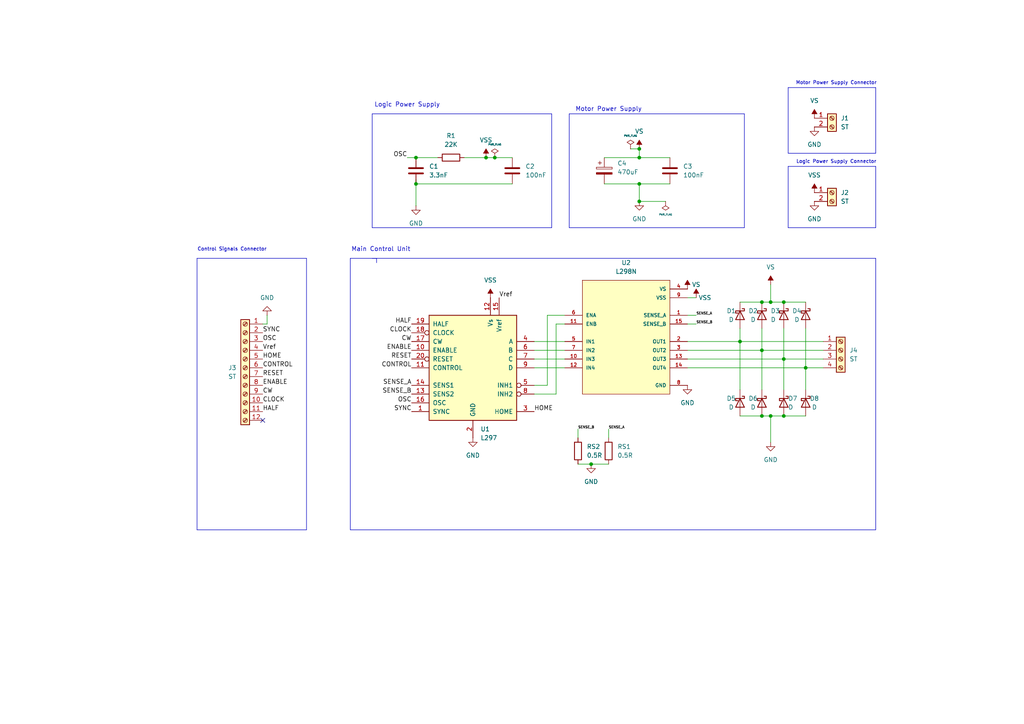
<source format=kicad_sch>
(kicad_sch (version 20231120) (generator "eeschema") (generator_version "8.0")
  (paper "A4")
  (title_block (title "Two phase bipolar stepper motor") (date "2024-11-06") (rev "REV1") (company "Krupali Bhatt"))
  (lib_symbols
    (symbol "Connector:Screw_Terminal_01x02" (pin_names (offset 1.016) hide)
      (property "Reference" "J" (at 0 2.54 0))
      (property "Value" "Screw_Terminal_01x02" (at 0 -5.08 0))
      (symbol "Screw_Terminal_01x02_1_1"
        (rectangle (start -1.27 1.27) (end 1.27 -3.81) (stroke (width 0.254)) (fill (type background)))
        (circle (center 0 -2.54) (radius 0.635) (stroke (width 0.1524)))
        (polyline (pts (xy -0.5334 -2.2098) (xy 0.3302 -3.048)) (stroke (width 0.1524)))
        (polyline (pts (xy -0.5334 0.3302) (xy 0.3302 -0.508)) (stroke (width 0.1524)))
        (polyline (pts (xy -0.3556 -2.032) (xy 0.508 -2.8702)) (stroke (width 0.1524)))
        (polyline (pts (xy -0.3556 0.508) (xy 0.508 -0.3302)) (stroke (width 0.1524)))
        (circle (center 0 0) (radius 0.635) (stroke (width 0.1524)))
        (pin passive line (at -5.08 0 0) (length 3.81) (name "Pin_1") (number "1"))
        (pin passive line (at -5.08 -2.54 0) (length 3.81) (name "Pin_2") (number "2"))
      )
    )
    (symbol "Connector:Screw_Terminal_01x04" (pin_names (offset 1.016) hide)
      (property "Reference" "J" (at 0 5.08 0))
      (property "Value" "Screw_Terminal_01x04" (at 0 -7.62 0))
      (symbol "Screw_Terminal_01x04_1_1"
        (rectangle (start -1.27 3.81) (end 1.27 -6.35) (stroke (width 0.254)) (fill (type background)))
        (circle (center 0 -5.08) (radius 0.635) (stroke (width 0.1524)))
        (circle (center 0 -2.54) (radius 0.635) (stroke (width 0.1524)))
        (polyline (pts (xy -0.5334 -4.7498) (xy 0.3302 -5.588)) (stroke (width 0.1524)))
        (polyline (pts (xy -0.5334 -2.2098) (xy 0.3302 -3.048)) (stroke (width 0.1524)))
        (polyline (pts (xy -0.5334 0.3302) (xy 0.3302 -0.508)) (stroke (width 0.1524)))
        (polyline (pts (xy -0.5334 2.8702) (xy 0.3302 2.032)) (stroke (width 0.1524)))
        (polyline (pts (xy -0.3556 -4.572) (xy 0.508 -5.4102)) (stroke (width 0.1524)))
        (polyline (pts (xy -0.3556 -2.032) (xy 0.508 -2.8702)) (stroke (width 0.1524)))
        (polyline (pts (xy -0.3556 0.508) (xy 0.508 -0.3302)) (stroke (width 0.1524)))
        (polyline (pts (xy -0.3556 3.048) (xy 0.508 2.2098)) (stroke (width 0.1524)))
        (circle (center 0 0) (radius 0.635) (stroke (width 0.1524)))
        (circle (center 0 2.54) (radius 0.635) (stroke (width 0.1524)))
        (pin passive line (at -5.08 2.54 0) (length 3.81) (name "Pin_1") (number "1"))
        (pin passive line (at -5.08 0 0) (length 3.81) (name "Pin_2") (number "2"))
        (pin passive line (at -5.08 -2.54 0) (length 3.81) (name "Pin_3") (number "3"))
        (pin passive line (at -5.08 -5.08 0) (length 3.81) (name "Pin_4") (number "4"))
      )
    )
    (symbol "Connector:Screw_Terminal_01x12" (pin_names (offset 1.016) hide)
      (property "Reference" "J" (at 0 15.24 0))
      (property "Value" "Screw_Terminal_01x12" (at 0 -17.78 0))
      (symbol "Screw_Terminal_01x12_1_1"
        (rectangle (start -1.27 13.97) (end 1.27 -16.51) (stroke (width 0.254)) (fill (type background)))
        (circle (center 0 -15.24) (radius 0.635) (stroke (width 0.1524)))
        (circle (center 0 -12.7) (radius 0.635) (stroke (width 0.1524)))
        (circle (center 0 -10.16) (radius 0.635) (stroke (width 0.1524)))
        (circle (center 0 -7.62) (radius 0.635) (stroke (width 0.1524)))
        (circle (center 0 -5.08) (radius 0.635) (stroke (width 0.1524)))
        (circle (center 0 -2.54) (radius 0.635) (stroke (width 0.1524)))
        (polyline (pts (xy -0.5334 -14.9098) (xy 0.3302 -15.748)) (stroke (width 0.1524)))
        (polyline (pts (xy -0.5334 -12.3698) (xy 0.3302 -13.208)) (stroke (width 0.1524)))
        (polyline (pts (xy -0.5334 -9.8298) (xy 0.3302 -10.668)) (stroke (width 0.1524)))
        (polyline (pts (xy -0.5334 -7.2898) (xy 0.3302 -8.128)) (stroke (width 0.1524)))
        (polyline (pts (xy -0.5334 -4.7498) (xy 0.3302 -5.588)) (stroke (width 0.1524)))
        (polyline (pts (xy -0.5334 -2.2098) (xy 0.3302 -3.048)) (stroke (width 0.1524)))
        (polyline (pts (xy -0.5334 0.3302) (xy 0.3302 -0.508)) (stroke (width 0.1524)))
        (polyline (pts (xy -0.5334 2.8702) (xy 0.3302 2.032)) (stroke (width 0.1524)))
        (polyline (pts (xy -0.5334 5.4102) (xy 0.3302 4.572)) (stroke (width 0.1524)))
        (polyline (pts (xy -0.5334 7.9502) (xy 0.3302 7.112)) (stroke (width 0.1524)))
        (polyline (pts (xy -0.5334 10.4902) (xy 0.3302 9.652)) (stroke (width 0.1524)))
        (polyline (pts (xy -0.5334 13.0302) (xy 0.3302 12.192)) (stroke (width 0.1524)))
        (polyline (pts (xy -0.3556 -14.732) (xy 0.508 -15.5702)) (stroke (width 0.1524)))
        (polyline (pts (xy -0.3556 -12.192) (xy 0.508 -13.0302)) (stroke (width 0.1524)))
        (polyline (pts (xy -0.3556 -9.652) (xy 0.508 -10.4902)) (stroke (width 0.1524)))
        (polyline (pts (xy -0.3556 -7.112) (xy 0.508 -7.9502)) (stroke (width 0.1524)))
        (polyline (pts (xy -0.3556 -4.572) (xy 0.508 -5.4102)) (stroke (width 0.1524)))
        (polyline (pts (xy -0.3556 -2.032) (xy 0.508 -2.8702)) (stroke (width 0.1524)))
        (polyline (pts (xy -0.3556 0.508) (xy 0.508 -0.3302)) (stroke (width 0.1524)))
        (polyline (pts (xy -0.3556 3.048) (xy 0.508 2.2098)) (stroke (width 0.1524)))
        (polyline (pts (xy -0.3556 5.588) (xy 0.508 4.7498)) (stroke (width 0.1524)))
        (polyline (pts (xy -0.3556 8.128) (xy 0.508 7.2898)) (stroke (width 0.1524)))
        (polyline (pts (xy -0.3556 10.668) (xy 0.508 9.8298)) (stroke (width 0.1524)))
        (polyline (pts (xy -0.3556 13.208) (xy 0.508 12.3698)) (stroke (width 0.1524)))
        (circle (center 0 0) (radius 0.635) (stroke (width 0.1524)))
        (circle (center 0 2.54) (radius 0.635) (stroke (width 0.1524)))
        (circle (center 0 5.08) (radius 0.635) (stroke (width 0.1524)))
        (circle (center 0 7.62) (radius 0.635) (stroke (width 0.1524)))
        (circle (center 0 10.16) (radius 0.635) (stroke (width 0.1524)))
        (circle (center 0 12.7) (radius 0.635) (stroke (width 0.1524)))
        (pin passive line (at -5.08 12.7 0) (length 3.81) (name "Pin_1") (number "1"))
        (pin passive line (at -5.08 -10.16 0) (length 3.81) (name "Pin_10") (number "10"))
        (pin passive line (at -5.08 -12.7 0) (length 3.81) (name "Pin_11") (number "11"))
        (pin passive line (at -5.08 -15.24 0) (length 3.81) (name "Pin_12") (number "12"))
        (pin passive line (at -5.08 10.16 0) (length 3.81) (name "Pin_2") (number "2"))
        (pin passive line (at -5.08 7.62 0) (length 3.81) (name "Pin_3") (number "3"))
        (pin passive line (at -5.08 5.08 0) (length 3.81) (name "Pin_4") (number "4"))
        (pin passive line (at -5.08 2.54 0) (length 3.81) (name "Pin_5") (number "5"))
        (pin passive line (at -5.08 0 0) (length 3.81) (name "Pin_6") (number "6"))
        (pin passive line (at -5.08 -2.54 0) (length 3.81) (name "Pin_7") (number "7"))
        (pin passive line (at -5.08 -5.08 0) (length 3.81) (name "Pin_8") (number "8"))
        (pin passive line (at -5.08 -7.62 0) (length 3.81) (name "Pin_9") (number "9"))
      )
    )
    (symbol "Device:C" (pin_numbers hide) (pin_names (offset 0.254))
      (property "Reference" "C" (at 0.635 2.54 0))
      (property "Value" "C" (at 0.635 -2.54 0))
      (symbol "C_0_1"
        (polyline (pts (xy -2.032 -0.762) (xy 2.032 -0.762)) (stroke (width 0.508)))
        (polyline (pts (xy -2.032 0.762) (xy 2.032 0.762)) (stroke (width 0.508)))
      )
      (symbol "C_1_1"
        (pin passive line (at 0 3.81 270) (length 2.794) (name "~") (number "1"))
        (pin passive line (at 0 -3.81 90) (length 2.794) (name "~") (number "2"))
      )
    )
    (symbol "Device:C_Polarized" (pin_numbers hide) (pin_names (offset 0.254))
      (property "Reference" "C" (at 0.635 2.54 0))
      (property "Value" "C_Polarized" (at 0.635 -2.54 0))
      (symbol "C_Polarized_0_1"
        (rectangle (start -2.286 0.508) (end 2.286 1.016))
        (polyline (pts (xy -1.778 2.286) (xy -0.762 2.286)))
        (polyline (pts (xy -1.27 2.794) (xy -1.27 1.778)))
        (rectangle (start 2.286 -0.508) (end -2.286 -1.016) (fill (type outline)))
      )
      (symbol "C_Polarized_1_1"
        (pin passive line (at 0 3.81 270) (length 2.794) (name "~") (number "1"))
        (pin passive line (at 0 -3.81 90) (length 2.794) (name "~") (number "2"))
      )
    )
    (symbol "Device:D_Schottky" (pin_numbers hide) (pin_names (offset 1.016) hide)
      (property "Reference" "D" (at 0 2.54 0))
      (property "Value" "D_Schottky" (at 0 -2.54 0))
      (symbol "D_Schottky_0_1"
        (polyline (pts (xy 1.27 0) (xy -1.27 0)))
        (polyline (pts (xy 1.27 1.27) (xy 1.27 -1.27) (xy -1.27 0) (xy 1.27 1.27)) (stroke (width 0.254)))
        (polyline (pts (xy -1.905 0.635) (xy -1.905 1.27) (xy -1.27 1.27) (xy -1.27 -1.27) (xy -0.635 -1.27) (xy -0.635 -0.635)) (stroke (width 0.254)))
      )
      (symbol "D_Schottky_1_1"
        (pin passive line (at -3.81 0 0) (length 2.54) (name "K") (number "1"))
        (pin passive line (at 3.81 0 180) (length 2.54) (name "A") (number "2"))
      )
    )
    (symbol "Device:R" (pin_numbers hide) (pin_names (offset 0))
      (property "Reference" "R" (at 2.032 0 90))
      (property "Value" "R" (at 0 0 90))
      (symbol "R_0_1"
        (rectangle (start -1.016 -2.54) (end 1.016 2.54) (stroke (width 0.254)))
      )
      (symbol "R_1_1"
        (pin passive line (at 0 3.81 270) (length 1.27) (name "~") (number "1"))
        (pin passive line (at 0 -3.81 90) (length 1.27) (name "~") (number "2"))
      )
    )
    (symbol "Driver_Motor:L297" (pin_names (offset 1.016))
      (property "Reference" "U" (at -6.35 19.05 0))
      (property "Value" "L297" (at -6.35 16.51 0))
      (symbol "L297_0_1"
        (rectangle (start -12.7 15.24) (end 12.7 -15.24) (stroke (width 0.254)) (fill (type background)))
      )
      (symbol "L297_1_0"
        (pin input line (at -17.78 0 0) (length 5.08) (name "CONTROL") (number "11"))
        (pin power_in line (at 5.08 20.32 270) (length 5.08) (name "Vs") (number "12"))
        (pin input line (at -17.78 -7.62 0) (length 5.08) (name "SENS2") (number "13"))
        (pin input line (at -17.78 -5.08 0) (length 5.08) (name "SENS1") (number "14"))
        (pin input line (at 7.62 20.32 270) (length 5.08) (name "Vref") (number "15"))
        (pin input line (at -17.78 -10.16 0) (length 5.08) (name "OSC") (number "16"))
        (pin input line (at -17.78 7.62 0) (length 5.08) (name "CW") (number "17"))
        (pin input inverted (at -17.78 10.16 0) (length 5.08) (name "CLOCK") (number "18"))
        (pin input line (at -17.78 12.7 0) (length 5.08) (name "HALF") (number "19"))
        (pin input inverted (at -17.78 2.54 0) (length 5.08) (name "RESET") (number "20"))
      )
      (symbol "L297_1_1"
        (pin bidirectional line (at -17.78 -12.7 0) (length 5.08) (name "SYNC") (number "1"))
        (pin input line (at -17.78 5.08 0) (length 5.08) (name "ENABLE") (number "10"))
        (pin power_in line (at 0 -20.32 90) (length 5.08) (name "GND") (number "2"))
        (pin open_collector line (at 17.78 -12.7 180) (length 5.08) (name "HOME") (number "3"))
        (pin output line (at 17.78 7.62 180) (length 5.08) (name "A") (number "4"))
        (pin output inverted (at 17.78 -5.08 180) (length 5.08) (name "INH1") (number "5"))
        (pin output line (at 17.78 5.08 180) (length 5.08) (name "B") (number "6"))
        (pin output line (at 17.78 2.54 180) (length 5.08) (name "C") (number "7"))
        (pin output inverted (at 17.78 -7.62 180) (length 5.08) (name "INH2") (number "8"))
        (pin output line (at 17.78 0 180) (length 5.08) (name "D") (number "9"))
      )
    )
    (symbol "L298N:L298N" (pin_names (offset 1.016))
      (property "Reference" "U" (at -12.7 20.32 0))
      (property "Value" "L298N" (at -12.7 -20.32 0))
      (symbol "L298N_0_0"
        (rectangle (start -12.7 -15.24) (end 12.7 17.78) (stroke (width 0.1524)) (fill (type background)))
        (pin passive line (at 17.78 7.62 180) (length 5.08) (name "SENSE_A") (number "1"))
        (pin input line (at -17.78 -5.08 0) (length 5.08) (name "IN3") (number "10"))
        (pin input line (at -17.78 5.08 0) (length 5.08) (name "ENB") (number "11"))
        (pin input line (at -17.78 -7.62 0) (length 5.08) (name "IN4") (number "12"))
        (pin output line (at 17.78 -5.08 180) (length 5.08) (name "OUT3") (number "13"))
        (pin output line (at 17.78 -7.62 180) (length 5.08) (name "OUT4") (number "14"))
        (pin passive line (at 17.78 5.08 180) (length 5.08) (name "SENSE_B") (number "15"))
        (pin output line (at 17.78 0 180) (length 5.08) (name "OUT1") (number "2"))
        (pin output line (at 17.78 -2.54 180) (length 5.08) (name "OUT2") (number "3"))
        (pin power_in line (at 17.78 15.24 180) (length 5.08) (name "VS") (number "4"))
        (pin input line (at -17.78 0 0) (length 5.08) (name "IN1") (number "5"))
        (pin input line (at -17.78 7.62 0) (length 5.08) (name "ENA") (number "6"))
        (pin input line (at -17.78 -2.54 0) (length 5.08) (name "IN2") (number "7"))
        (pin power_in line (at 17.78 -12.7 180) (length 5.08) (name "GND") (number "8"))
        (pin input line (at 17.78 12.7 180) (length 5.08) (name "VSS") (number "9"))
      )
    )
    (symbol "power:GND" (power) (pin_numbers hide) (pin_names (offset 0) hide)
      (property "Value" "GND" (at 0 -3.81 0))
      (symbol "GND_0_1"
        (polyline (pts (xy 0 0) (xy 0 -1.27) (xy 1.27 -1.27) (xy 0 -2.54) (xy -1.27 -1.27) (xy 0 -1.27)))
      )
      (symbol "GND_1_1"
        (pin power_in line (at 0 0 270) (length 0) (name "~") (number "1"))
      )
    )
    (symbol "power:PWR_FLAG" (power) (pin_numbers hide) (pin_names (offset 0) hide)
      (property "Value" "PWR_FLAG" (at 0 3.81 0))
      (symbol "PWR_FLAG_0_0"
        (pin power_out line (at 0 0 90) (length 0) (name "~") (number "1"))
      )
      (symbol "PWR_FLAG_0_1"
        (polyline (pts (xy 0 0) (xy 0 1.27) (xy -1.016 1.905) (xy 0 2.54) (xy 1.016 1.905) (xy 0 1.27)))
      )
    )
    (symbol "power:VS" (power) (pin_numbers hide) (pin_names (offset 0) hide)
      (property "Value" "VS" (at 0 3.556 0))
      (symbol "VS_0_1"
        (polyline (pts (xy 0 0) (xy 0 2.54)))
        (polyline (pts (xy 0.762 1.27) (xy -0.762 1.27) (xy 0 2.54) (xy 0.762 1.27)) (fill (type outline)))
      )
      (symbol "VS_1_1"
        (pin power_in line (at 0 0 90) (length 0) (name "~") (number "1"))
      )
    )
    (symbol "power:VSS" (power) (pin_numbers hide) (pin_names (offset 0) hide)
      (property "Value" "VSS" (at 0 3.556 0))
      (symbol "VSS_0_1"
        (polyline (pts (xy 0 0) (xy 0 2.54)))
        (polyline (pts (xy 0.762 1.27) (xy -0.762 1.27) (xy 0 2.54) (xy 0.762 1.27)) (fill (type outline)))
      )
      (symbol "VSS_1_1"
        (pin power_in line (at 0 0 90) (length 0) (name "~") (number "1"))
      )
    )
  )
  (junction (at 143.51 45.72))
  (junction (at 120.65 45.72))
  (junction (at 227.33 120.65))
  (junction (at 185.42 45.72))
  (junction (at 223.52 120.65))
  (junction (at 227.33 87.63))
  (junction (at 220.98 87.63))
  (junction (at 171.45 134.62))
  (junction (at 220.98 101.6))
  (junction (at 233.68 106.68))
  (junction (at 185.42 58.42))
  (junction (at 220.98 120.65))
  (junction (at 185.42 53.34))
  (junction (at 223.52 87.63))
  (junction (at 120.65 53.34))
  (junction (at 140.97 45.72))
  (junction (at 227.33 104.14))
  (junction (at 185.42 43.18))
  (junction (at 214.63 99.06))
  (no_connect (at 76.2 121.92))
  (wire (pts (xy 220.98 101.6) (xy 220.98 113.03)))
  (wire (pts (xy 118.11 45.72) (xy 120.65 45.72)))
  (wire (pts (xy 163.83 93.98) (xy 161.29 93.98)))
  (wire (pts (xy 227.33 104.14) (xy 238.76 104.14)))
  (wire (pts (xy 214.63 99.06) (xy 214.63 113.03)))
  (polyline (pts (xy 165.1 33.02) (xy 215.9 33.02)))
  (polyline (pts (xy 165.1 66.04) (xy 215.9 66.04)))
  (wire (pts (xy 175.26 45.72) (xy 185.42 45.72)))
  (wire (pts (xy 161.29 93.98) (xy 161.29 114.3)))
  (wire (pts (xy 76.2 93.98) (xy 77.47 93.98)))
  (polyline (pts (xy 254 74.93) (xy 254 153.67)))
  (wire (pts (xy 220.98 101.6) (xy 238.76 101.6)))
  (wire (pts (xy 199.39 106.68) (xy 233.68 106.68)))
  (wire (pts (xy 154.94 101.6) (xy 163.83 101.6)))
  (wire (pts (xy 120.65 52.07) (xy 120.65 53.34)))
  (wire (pts (xy 199.39 93.98) (xy 201.93 93.98)))
  (polyline (pts (xy 160.02 33.02) (xy 160.02 66.04)))
  (wire (pts (xy 120.65 53.34) (xy 120.65 59.69)))
  (polyline (pts (xy 107.95 74.93) (xy 254 74.93)))
  (wire (pts (xy 77.47 93.98) (xy 77.47 91.44)))
  (wire (pts (xy 227.33 104.14) (xy 227.33 113.03)))
  (wire (pts (xy 167.64 124.46) (xy 167.64 127)))
  (polyline (pts (xy 254 153.67) (xy 101.6 153.67)))
  (wire (pts (xy 171.45 134.62) (xy 176.53 134.62)))
  (wire (pts (xy 194.31 45.72) (xy 185.42 45.72)))
  (wire (pts (xy 214.63 95.25) (xy 214.63 99.06)))
  (wire (pts (xy 185.42 58.42) (xy 193.04 58.42)))
  (wire (pts (xy 199.39 101.6) (xy 220.98 101.6)))
  (wire (pts (xy 154.94 104.14) (xy 163.83 104.14)))
  (wire (pts (xy 227.33 120.65) (xy 233.68 120.65)))
  (polyline (pts (xy 215.9 66.04) (xy 215.9 33.02)))
  (wire (pts (xy 158.75 111.76) (xy 158.75 91.44)))
  (wire (pts (xy 158.75 91.44) (xy 163.83 91.44)))
  (wire (pts (xy 220.98 120.65) (xy 223.52 120.65)))
  (polyline (pts (xy 254 44.45) (xy 228.6 44.45)))
  (wire (pts (xy 227.33 87.63) (xy 233.68 87.63)))
  (wire (pts (xy 220.98 87.63) (xy 223.52 87.63)))
  (wire (pts (xy 233.68 106.68) (xy 238.76 106.68)))
  (wire (pts (xy 167.64 134.62) (xy 171.45 134.62)))
  (wire (pts (xy 214.63 87.63) (xy 220.98 87.63)))
  (wire (pts (xy 233.68 106.68) (xy 233.68 113.03)))
  (wire (pts (xy 154.94 111.76) (xy 158.75 111.76)))
  (polyline (pts (xy 88.9 74.93) (xy 88.9 153.67)))
  (wire (pts (xy 185.42 43.18) (xy 185.42 45.72)))
  (polyline (pts (xy 254 25.4) (xy 254 44.45)))
  (wire (pts (xy 233.68 95.25) (xy 233.68 106.68)))
  (wire (pts (xy 143.51 45.72) (xy 148.59 45.72)))
  (wire (pts (xy 223.52 87.63) (xy 227.33 87.63)))
  (wire (pts (xy 220.98 95.25) (xy 220.98 101.6)))
  (polyline (pts (xy 228.6 25.4) (xy 254 25.4)))
  (wire (pts (xy 199.39 91.44) (xy 201.93 91.44)))
  (polyline (pts (xy 57.15 74.93) (xy 88.9 74.93)))
  (polyline (pts (xy 57.15 153.67) (xy 57.15 74.93)))
  (polyline (pts (xy 160.02 66.04) (xy 107.95 66.04)))
  (polyline (pts (xy 107.95 33.02) (xy 160.02 33.02)))
  (wire (pts (xy 182.88 43.18) (xy 185.42 43.18)))
  (wire (pts (xy 161.29 114.3) (xy 154.94 114.3)))
  (wire (pts (xy 120.65 53.34) (xy 148.59 53.34)))
  (wire (pts (xy 176.53 124.46) (xy 176.53 127)))
  (polyline (pts (xy 254 66.04) (xy 228.6 66.04)))
  (wire (pts (xy 140.97 45.72) (xy 143.51 45.72)))
  (polyline (pts (xy 165.1 33.02) (xy 165.1 66.04)))
  (wire (pts (xy 185.42 53.34) (xy 185.42 58.42)))
  (polyline (pts (xy 109.22 74.93) (xy 109.22 76.2)))
  (wire (pts (xy 223.52 120.65) (xy 227.33 120.65)))
  (wire (pts (xy 199.39 99.06) (xy 214.63 99.06)))
  (polyline (pts (xy 228.6 48.26) (xy 254 48.26)))
  (wire (pts (xy 199.39 104.14) (xy 227.33 104.14)))
  (polyline (pts (xy 88.9 153.67) (xy 57.15 153.67)))
  (wire (pts (xy 227.33 95.25) (xy 227.33 104.14)))
  (wire (pts (xy 154.94 106.68) (xy 163.83 106.68)))
  (polyline (pts (xy 228.6 44.45) (xy 228.6 25.4)))
  (polyline (pts (xy 107.95 66.04) (xy 107.95 33.02)))
  (wire (pts (xy 214.63 99.06) (xy 238.76 99.06)))
  (wire (pts (xy 134.62 45.72) (xy 140.97 45.72)))
  (wire (pts (xy 175.26 53.34) (xy 185.42 53.34)))
  (polyline (pts (xy 101.6 153.67) (xy 101.6 74.93)))
  (wire (pts (xy 223.52 82.55) (xy 223.52 87.63)))
  (polyline (pts (xy 254 48.26) (xy 254 66.04)))
  (polyline (pts (xy 101.6 74.93) (xy 109.22 74.93)))
  (wire (pts (xy 223.52 120.65) (xy 223.52 128.27)))
  (wire (pts (xy 185.42 53.34) (xy 194.31 53.34)))
  (wire (pts (xy 120.65 45.72) (xy 127 45.72)))
  (polyline (pts (xy 228.6 66.04) (xy 228.6 48.26)))
  (wire (pts (xy 154.94 99.06) (xy 163.83 99.06)))
  (wire (pts (xy 214.63 120.65) (xy 220.98 120.65)))
  (wire (pts (xy 199.39 86.36) (xy 201.93 86.36)))
  (text "Main Control Unit" (at 110.49 72.39 0) (effects (font (size 1.27 1.27))))
  (text "Control Signals Connector\n" (at 67.31 72.39 0) (effects (font (size 1 1))))
  (text "Logic Power Supply\n" (at 118.11 30.48 0) (effects (font (size 1.27 1.27))))
  (text "Motor Power Supply Connector\n" (at 242.57 24.13 0) (effects (font (size 1 1))))
  (text "Motor Power Supply\n" (at 176.53 31.75 0) (effects (font (size 1.27 1.27))))
  (text "Logic Power Supply Connector\n" (at 242.57 46.99 0) (effects (font (size 1 1))))
  (label "OSC" (at 119.38 116.84 180))
  (label "SENSE_B" (at 119.38 114.3 180))
  (label "HOME" (at 76.2 104.14 0))
  (label "SENSE_A" (at 201.93 91.44 0) (effects (font (size 0.7 0.7))))
  (label "CONTROL" (at 119.38 106.68 180))
  (label "Vref" (at 76.2 101.6 0))
  (label "SENSE_B" (at 201.93 93.98 0) (effects (font (size 0.7 0.7))))
  (label "Vref" (at 144.78 86.36 0))
  (label "CONTROL" (at 76.2 106.68 0))
  (label "SYNC" (at 76.2 96.52 0))
  (label "OSC" (at 118.11 45.72 180))
  (label "CW" (at 76.2 114.3 0))
  (label "RESET" (at 119.38 104.14 180))
  (label "OSC" (at 76.2 99.06 0))
  (label "ENABLE" (at 76.2 111.76 0))
  (label "HALF" (at 119.38 93.98 180))
  (label "RESET" (at 76.2 109.22 0))
  (label "HOME" (at 154.94 119.38 0))
  (label "SENSE_B" (at 167.64 124.46 0) (effects (font (size 0.7 0.7))))
  (label "HALF" (at 76.2 119.38 0))
  (label "CLOCK" (at 119.38 96.52 180))
  (label "SENSE_A" (at 119.38 111.76 180))
  (label "CW" (at 119.38 99.06 180))
  (label "CLOCK" (at 76.2 116.84 0))
  (label "SENSE_A" (at 176.53 124.46 0) (effects (font (size 0.7 0.7))))
  (label "SYNC" (at 119.38 119.38 180))
  (label "ENABLE" (at 119.38 101.6 180))
  (symbol (lib_id "power:VS") (at 199.39 83.82 0) (unit 1)
    (property "Reference" "#PWR011" (effects (hide yes)))
    (property "Value" "VS" (at 201.93 82.55 0))
    (property "Description" "Power symbol creates a global label with name \"VS\"" (effects (hide yes)))
  )
  (symbol (lib_id "Device:R") (at 130.81 45.72 90) (unit 1)
    (property "Reference" "R1" (at 130.81 39.37 90))
    (property "Value" "22K" (at 130.81 41.91 90))
    (property "Footprint" "Resistor_THT:R_Axial_DIN0922_L20.0mm_D9.0mm_P7.62mm_Vertical" (effects (hide yes)))
    (property "Description" "Resistor" (effects (hide yes)))
  )
  (symbol (lib_id "Connector:Screw_Terminal_01x02") (at 241.3 34.29 0) (unit 1)
    (property "Reference" "J1" (at 243.84 34.2899 0) (effects (justify left)))
    (property "Value" "ST" (at 243.84 36.8299 0) (effects (justify left)))
    (property "Footprint" "TerminalBlock_Phoenix:TerminalBlock_Phoenix_MKDS-1,5-2-5.08_1x02_P5.08mm_Horizontal" (effects (hide yes)))
    (property "Description" "Generic screw terminal, single row, 01x02, script generated (kicad-library-utils/schlib/autogen/connector/)" (effects (hide yes)))
  )
  (symbol (lib_id "Device:D_Schottky") (at 227.33 91.44 270) (unit 1)
    (property "Reference" "D3" (at 223.52 90.17 90) (effects (justify left)))
    (property "Value" "D" (at 223.52 92.71 90) (effects (justify left)))
    (property "Footprint" "Diode_THT:D_DO-27_P15.24mm_Horizontal" (effects (hide yes)))
    (property "Description" "Schottky diode" (effects (hide yes)))
  )
  (symbol (lib_id "Device:D_Schottky") (at 214.63 116.84 270) (unit 1)
    (property "Reference" "D5" (at 212.09 115.57 90))
    (property "Value" "D" (at 212.09 118.11 90))
    (property "Footprint" "Diode_THT:D_DO-27_P15.24mm_Horizontal" (effects (hide yes)))
    (property "Description" "Schottky diode" (effects (hide yes)))
  )
  (symbol (lib_id "Device:C_Polarized") (at 175.26 49.53 0) (unit 1)
    (property "Reference" "C4" (at 179.07 47.3709 0) (effects (justify left)))
    (property "Value" "470uF" (at 179.07 49.9109 0) (effects (justify left)))
    (property "Footprint" "Capacitor_THT:CP_Radial_D13.0mm_P5.00mm" (effects (hide yes)))
    (property "Description" "Polarized capacitor" (effects (hide yes)))
  )
  (symbol (lib_id "power:PWR_FLAG") (at 193.04 58.42 180) (unit 1)
    (property "Reference" "#FLG04" (effects (hide yes)))
    (property "Value" "PWR_FLAG" (at 193.04 62.23 0) (effects (font (size 0.5 0.5))))
    (property "Description" "Special symbol for telling ERC where power comes from" (effects (hide yes)))
  )
  (symbol (lib_id "Device:R") (at 176.53 130.81 0) (unit 1)
    (property "Reference" "RS1" (at 179.07 129.5399 0) (effects (justify left)))
    (property "Value" "0.5R" (at 179.07 132.0799 0) (effects (justify left)))
    (property "Footprint" "Resistor_THT:R_Axial_DIN0414_L11.9mm_D4.5mm_P15.24mm_Horizontal" (effects (hide yes)))
    (property "Description" "Resistor" (effects (hide yes)))
  )
  (symbol (lib_id "power:GND") (at 120.65 59.69 0) (unit 1)
    (property "Reference" "#PWR04" (effects (hide yes)))
    (property "Value" "GND" (at 120.65 64.77 0))
    (property "Description" "Power symbol creates a global label with name \"GND\" , ground" (effects (hide yes)))
  )
  (symbol (lib_id "Driver_Motor:L297") (at 137.16 106.68 0) (unit 1)
    (property "Reference" "U1" (at 139.3541 124.46 0) (effects (justify left)))
    (property "Value" "L297" (at 139.3541 127 0) (effects (justify left)))
    (property "Footprint" "Package_DIP:DIP-20_W7.62mm_LongPads" (effects (hide yes)))
    (property "Datasheet" "www.st.com/resource/en/datasheet/cd00000063.pdf" (effects (hide yes)))
    (property "Description" "Stepper Motor Controller, DIP-20/SO-20" (effects (hide yes)))
  )
  (symbol (lib_id "power:GND") (at 223.52 128.27 0) (unit 1)
    (property "Reference" "#PWR09" (effects (hide yes)))
    (property "Value" "GND" (at 223.52 133.35 0))
    (property "Description" "Power symbol creates a global label with name \"GND\" , ground" (effects (hide yes)))
  )
  (symbol (lib_id "Connector:Screw_Terminal_01x12") (at 71.12 106.68 0) (mirror y) (unit 1)
    (property "Reference" "J3" (at 68.58 106.6799 0) (effects (justify left)))
    (property "Value" "ST" (at 68.58 109.2199 0) (effects (justify left)))
    (property "Footprint" "TerminalBlock_Phoenix:TerminalBlock_Phoenix_MKDS-1,5-12_1x12_P5.00mm_Horizontal" (effects (hide yes)))
    (property "Description" "Generic screw terminal, single row, 01x12, script generated (kicad-library-utils/schlib/autogen/connector/)" (effects (hide yes)))
  )
  (symbol (lib_id "power:VS") (at 185.42 43.18 0) (unit 1)
    (property "Reference" "#PWR01" (effects (hide yes)))
    (property "Value" "VS" (at 185.42 38.1 0))
    (property "Description" "Power symbol creates a global label with name \"VS\"" (effects (hide yes)))
  )
  (symbol (lib_id "Connector:Screw_Terminal_01x04") (at 243.84 101.6 0) (unit 1)
    (property "Reference" "J4" (at 246.38 101.5999 0) (effects (justify left)))
    (property "Value" "ST" (at 246.38 104.1399 0) (effects (justify left)))
    (property "Footprint" "TerminalBlock_Phoenix:TerminalBlock_Phoenix_MKDS-1,5-4_1x04_P5.00mm_Horizontal" (effects (hide yes)))
    (property "Description" "Generic screw terminal, single row, 01x04, script generated (kicad-library-utils/schlib/autogen/connector/)" (effects (hide yes)))
  )
  (symbol (lib_id "Device:D_Schottky") (at 233.68 91.44 270) (unit 1)
    (property "Reference" "D4" (at 231.14 90.17 90))
    (property "Value" "D" (at 231.14 92.71 90))
    (property "Footprint" "Diode_THT:D_DO-27_P15.24mm_Horizontal" (effects (hide yes)))
    (property "Description" "Schottky diode" (effects (hide yes)))
  )
  (symbol (lib_id "power:GND") (at 236.22 36.83 0) (unit 1)
    (property "Reference" "#PWR06" (effects (hide yes)))
    (property "Value" "GND" (at 236.22 41.91 0))
    (property "Description" "Power symbol creates a global label with name \"GND\" , ground" (effects (hide yes)))
  )
  (symbol (lib_id "power:GND") (at 77.47 91.44 180) (unit 1)
    (property "Reference" "#PWR017" (effects (hide yes)))
    (property "Value" "GND" (at 77.47 86.36 0))
    (property "Description" "Power symbol creates a global label with name \"GND\" , ground" (effects (hide yes)))
  )
  (symbol (lib_id "Device:C") (at 194.31 49.53 180) (unit 1)
    (property "Reference" "C3" (at 198.12 48.2599 0) (effects (justify right)))
    (property "Value" "100nF" (at 198.12 50.7999 0) (effects (justify right)))
    (property "Footprint" "Capacitor_THT:C_Rect_L7.5mm_W6.5mm_P5.00mm" (effects (hide yes)))
    (property "Description" "Unpolarized capacitor" (effects (hide yes)))
  )
  (symbol (lib_id "L298N:L298N") (at 181.61 99.06 0) (unit 1)
    (property "Reference" "U2" (at 181.61 76.2 0))
    (property "Value" "L298N" (at 181.61 78.74 0))
    (property "Footprint" "L298N:TO127P2020X500X2100-15" (effects (hide yes)))
    (property "MF" "STMicroelectronics" (effects (hide yes)))
    (property "MAXIMUM_PACKAGE_HEIGHT" "5.0mm" (effects (hide yes)))
    (property "Package" "Multiwatt-15 STMicroelectronics" (effects (hide yes)))
    (property "Price" "None" (effects (hide yes)))
    (property "Check_prices" "https://www.snapeda.com/parts/L298N/STMicroelectronics/view-part/?ref=eda" (effects (hide yes)))
    (property "STANDARD" "IPC-7351B" (effects (hide yes)))
    (property "SnapEDA_Link" "https://www.snapeda.com/parts/L298N/STMicroelectronics/view-part/?ref=snap" (effects (hide yes)))
    (property "MP" "L298N" (effects (hide yes)))
    (property "Description_1" "\n                        \n                            Half Bridge (4) Driver DC Motors, Relays, Solenoids, Stepper Motors Bipolar 15-Multiwatt\n                        \n" (effects (hide yes)))
    (property "Availability" "In Stock" (effects (hide yes)))
    (property "MANUFACTURER" "STMicroelectronics" (effects (hide yes)))
  )
  (symbol (lib_id "power:GND") (at 171.45 134.62 0) (unit 1)
    (property "Reference" "#PWR014" (effects (hide yes)))
    (property "Value" "GND" (at 171.45 139.7 0))
    (property "Description" "Power symbol creates a global label with name \"GND\" , ground" (effects (hide yes)))
  )
  (symbol (lib_id "power:VSS") (at 201.93 86.36 0) (unit 1)
    (property "Reference" "#PWR012" (effects (hide yes)))
    (property "Value" "VSS" (at 204.47 86.36 0))
    (property "Description" "Power symbol creates a global label with name \"VSS\"" (effects (hide yes)))
  )
  (symbol (lib_id "Device:D_Schottky") (at 227.33 116.84 270) (unit 1)
    (property "Reference" "D7" (at 228.6 115.57 90) (effects (justify left)))
    (property "Value" "D" (at 228.6 118.11 90) (effects (justify left)))
    (property "Footprint" "Diode_THT:D_DO-27_P15.24mm_Horizontal" (effects (hide yes)))
    (property "Description" "Schottky diode" (effects (hide yes)))
  )
  (symbol (lib_id "power:PWR_FLAG") (at 182.88 43.18 0) (unit 1)
    (property "Reference" "#FLG01" (effects (hide yes)))
    (property "Value" "PWR_FLAG" (at 182.88 39.37 0) (effects (font (size 0.5 0.5))))
    (property "Description" "Special symbol for telling ERC where power comes from" (effects (hide yes)))
  )
  (symbol (lib_id "power:VSS") (at 142.24 86.36 0) (unit 1)
    (property "Reference" "#PWR015" (effects (hide yes)))
    (property "Value" "VSS" (at 142.24 81.28 0))
    (property "Description" "Power symbol creates a global label with name \"VSS\"" (effects (hide yes)))
  )
  (symbol (lib_id "Device:D_Schottky") (at 220.98 116.84 270) (unit 1)
    (property "Reference" "D6" (at 218.44 115.57 90))
    (property "Value" "D" (at 218.44 118.11 90))
    (property "Footprint" "Diode_THT:D_DO-27_P15.24mm_Horizontal" (effects (hide yes)))
    (property "Description" "Schottky diode" (effects (hide yes)))
  )
  (symbol (lib_id "Connector:Screw_Terminal_01x02") (at 241.3 55.88 0) (unit 1)
    (property "Reference" "J2" (at 243.84 55.8799 0) (effects (justify left)))
    (property "Value" "ST" (at 243.84 58.4199 0) (effects (justify left)))
    (property "Footprint" "TerminalBlock_Phoenix:TerminalBlock_Phoenix_MKDS-1,5-2-5.08_1x02_P5.08mm_Horizontal" (effects (hide yes)))
    (property "Description" "Generic screw terminal, single row, 01x02, script generated (kicad-library-utils/schlib/autogen/connector/)" (effects (hide yes)))
  )
  (symbol (lib_id "Device:D_Schottky") (at 233.68 116.84 270) (unit 1)
    (property "Reference" "D8" (at 236.22 115.57 90))
    (property "Value" "D" (at 236.22 118.11 90))
    (property "Footprint" "Diode_THT:D_DO-27_P15.24mm_Horizontal" (effects (hide yes)))
    (property "Description" "Schottky diode" (effects (hide yes)))
  )
  (symbol (lib_id "power:GND") (at 199.39 111.76 0) (unit 1)
    (property "Reference" "#PWR013" (effects (hide yes)))
    (property "Value" "GND" (at 199.39 116.84 0))
    (property "Description" "Power symbol creates a global label with name \"GND\" , ground" (effects (hide yes)))
  )
  (symbol (lib_id "power:VSS") (at 140.97 45.72 0) (unit 1)
    (property "Reference" "#PWR02" (effects (hide yes)))
    (property "Value" "VSS" (at 140.97 40.64 0))
    (property "Description" "Power symbol creates a global label with name \"VSS\"" (effects (hide yes)))
  )
  (symbol (lib_id "Device:D_Schottky") (at 214.63 91.44 270) (unit 1)
    (property "Reference" "D1" (at 212.09 90.17 90))
    (property "Value" "D" (at 212.09 92.71 90))
    (property "Footprint" "Diode_THT:D_DO-27_P15.24mm_Horizontal" (effects (hide yes)))
    (property "Description" "Schottky diode" (effects (hide yes)))
  )
  (symbol (lib_id "power:GND") (at 185.42 58.42 0) (unit 1)
    (property "Reference" "#PWR03" (effects (hide yes)))
    (property "Value" "GND" (at 185.42 63.5 0))
    (property "Description" "Power symbol creates a global label with name \"GND\" , ground" (effects (hide yes)))
  )
  (symbol (lib_id "power:PWR_FLAG") (at 143.51 45.72 0) (unit 1)
    (property "Reference" "#FLG02" (effects (hide yes)))
    (property "Value" "PWR_FLAG" (at 143.51 41.91 0) (effects (font (size 0.5 0.5))))
    (property "Description" "Special symbol for telling ERC where power comes from" (effects (hide yes)))
  )
  (symbol (lib_id "power:VS") (at 223.52 82.55 0) (unit 1)
    (property "Reference" "#PWR010" (effects (hide yes)))
    (property "Value" "VS" (at 223.52 77.47 0))
    (property "Description" "Power symbol creates a global label with name \"VS\"" (effects (hide yes)))
  )
  (symbol (lib_id "power:GND") (at 236.22 58.42 0) (unit 1)
    (property "Reference" "#PWR08" (effects (hide yes)))
    (property "Value" "GND" (at 236.22 63.5 0))
    (property "Description" "Power symbol creates a global label with name \"GND\" , ground" (effects (hide yes)))
  )
  (symbol (lib_id "power:VS") (at 236.22 34.29 0) (unit 1)
    (property "Reference" "#PWR05" (effects (hide yes)))
    (property "Value" "VS" (at 236.22 29.21 0))
    (property "Description" "Power symbol creates a global label with name \"VS\"" (effects (hide yes)))
  )
  (symbol (lib_id "power:VSS") (at 236.22 55.88 0) (unit 1)
    (property "Reference" "#PWR07" (effects (hide yes)))
    (property "Value" "VSS" (at 236.22 50.8 0))
    (property "Description" "Power symbol creates a global label with name \"VSS\"" (effects (hide yes)))
  )
  (symbol (lib_id "Device:C") (at 148.59 49.53 0) (unit 1)
    (property "Reference" "C2" (at 152.4 48.2599 0) (effects (justify left)))
    (property "Value" "100nF" (at 152.4 50.7999 0) (effects (justify left)))
    (property "Footprint" "Capacitor_THT:C_Rect_L7.5mm_W6.5mm_P5.00mm" (effects (hide yes)))
    (property "Description" "Unpolarized capacitor" (effects (hide yes)))
  )
  (symbol (lib_id "power:GND") (at 137.16 127 0) (unit 1)
    (property "Reference" "#PWR016" (effects (hide yes)))
    (property "Value" "GND" (at 137.16 132.08 0))
    (property "Description" "Power symbol creates a global label with name \"GND\" , ground" (effects (hide yes)))
  )
  (symbol (lib_id "Device:C") (at 120.65 49.53 0) (unit 1)
    (property "Reference" "C1" (at 124.46 48.2599 0) (effects (justify left)))
    (property "Value" "3.3nF" (at 124.46 50.7999 0) (effects (justify left)))
    (property "Footprint" "Capacitor_THT:C_Rect_L10.0mm_W3.0mm_P7.50mm_FKS3_FKP3" (effects (hide yes)))
    (property "Description" "Unpolarized capacitor" (effects (hide yes)))
  )
  (symbol (lib_id "Device:R") (at 167.64 130.81 0) (unit 1)
    (property "Reference" "RS2" (at 170.18 129.5399 0) (effects (justify left)))
    (property "Value" "0.5R" (at 170.18 132.0799 0) (effects (justify left)))
    (property "Footprint" "Resistor_THT:R_Axial_DIN0414_L11.9mm_D4.5mm_P15.24mm_Horizontal" (effects (hide yes)))
    (property "Description" "Resistor" (effects (hide yes)))
  )
  (symbol (lib_id "Device:D_Schottky") (at 220.98 91.44 270) (unit 1)
    (property "Reference" "D2" (at 218.44 90.17 90))
    (property "Value" "D" (at 218.44 92.71 90))
    (property "Footprint" "Diode_THT:D_DO-27_P15.24mm_Horizontal" (effects (hide yes)))
    (property "Description" "Schottky diode" (effects (hide yes)))
  )
)
</source>
